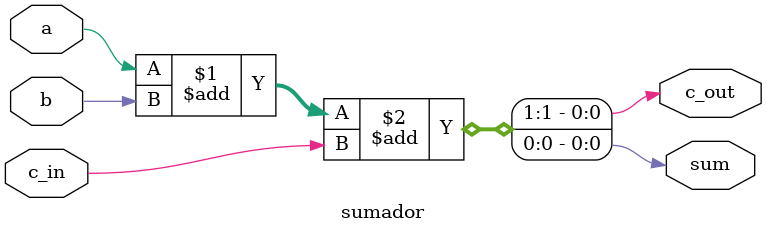
<source format=v>
module sumador(output wire c_out, sum, input wire a, b, c_in);
  assign {c_out, sum} = a + b + c_in;
endmodule
</source>
